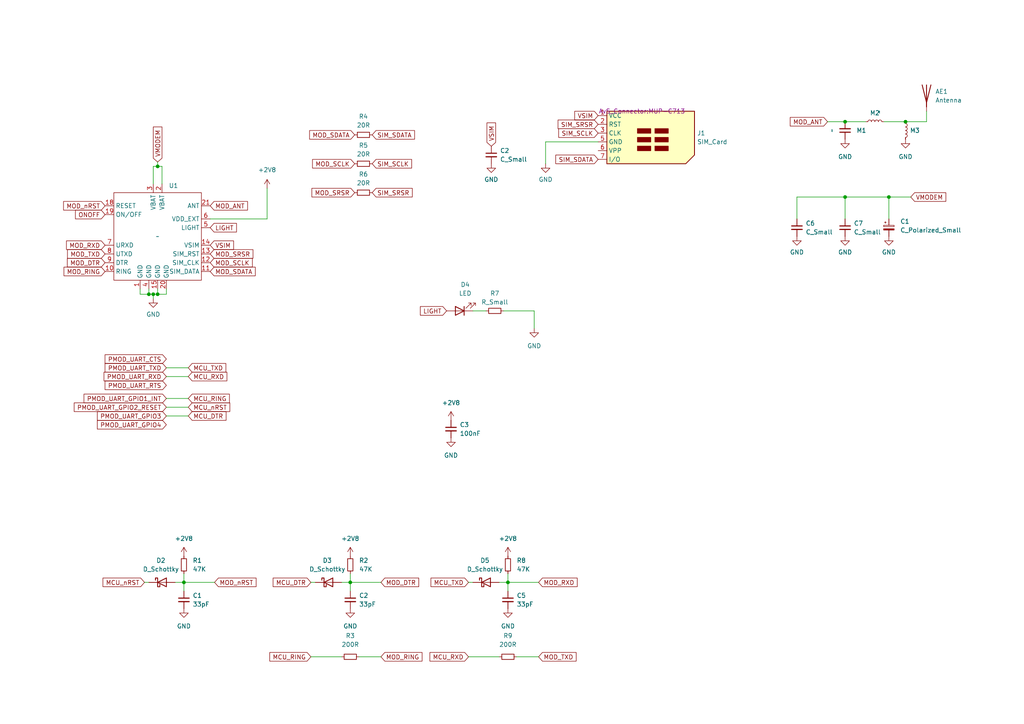
<source format=kicad_sch>
(kicad_sch (version 20230121) (generator eeschema)
  (paper "A4")
  (lib_symbols
    (symbol "AvS_Modules:M590"
      (property "Reference" "U" (at 0 0 0))
      (symbol "M590_0_1"
        (rectangle (start -12.7 12.7) (end 12.7 -12.7))
      )
      (symbol "M590_1_1"
        (pin power_in line (at -5.08 -15.24 90) (length 2.54) (name "GND") (number "1"))
        (pin output line (at -15.24 -10.16 0) (length 2.54) (name "RING") (number "10"))
        (pin bidirectional line (at 15.24 -10.16 180) (length 2.54) (name "SIM_DATA") (number "11"))
        (pin bidirectional line (at 15.24 -7.62 180) (length 2.54) (name "SIM_CLK") (number "12"))
        (pin bidirectional line (at 15.24 -5.08 180) (length 2.54) (name "SIM_RST") (number "13"))
        (pin bidirectional line (at 15.24 -2.54 180) (length 2.54) (name "VSIM") (number "14"))
        (pin power_in line (at 0 -15.24 90) (length 2.54) (name "GND") (number "15"))
        (pin input line (at -15.24 3.81 0) (length 2.54) hide (name "DCD") (number "16"))
        (pin input line (at -15.24 1.27 0) (length 2.54) hide (name "DSR") (number "17"))
        (pin input line (at -15.24 8.89 0) (length 2.54) (name "RESET") (number "18"))
        (pin input line (at -15.24 6.35 0) (length 2.54) (name "ON/OFF") (number "19"))
        (pin power_in line (at 1.27 15.24 270) (length 2.54) (name "VBAT") (number "2"))
        (pin power_in line (at 2.54 -15.24 90) (length 2.54) (name "GND") (number "20"))
        (pin output line (at 15.24 8.89 180) (length 2.54) (name "ANT") (number "21"))
        (pin power_in line (at -1.27 15.24 270) (length 2.54) (name "VBAT") (number "3"))
        (pin power_in line (at -2.54 -15.24 90) (length 2.54) (name "GND") (number "4"))
        (pin output line (at 15.24 2.54 180) (length 2.54) (name "LIGHT") (number "5"))
        (pin power_out line (at 15.24 5.08 180) (length 2.54) (name "VDD_EXT") (number "6"))
        (pin input line (at -15.24 -2.54 0) (length 2.54) (name "URXD") (number "7"))
        (pin output line (at -15.24 -5.08 0) (length 2.54) (name "UTXD") (number "8"))
        (pin input line (at -15.24 -7.62 0) (length 2.54) (name "DTR") (number "9"))
      )
    )
    (symbol "Connector:SIM_Card"
      (property "Reference" "J" (at -2.54 12.7 0))
      (property "Value" "SIM_Card" (at -1.27 10.16 0))
      (symbol "SIM_Card_0_1"
        (rectangle (start -1.27 -2.54) (end 2.54 -1.27) (stroke (width 0.254)) (fill (type outline)))
        (rectangle (start -1.27 0) (end 2.54 1.27) (stroke (width 0.254)) (fill (type outline)))
        (rectangle (start -1.27 2.54) (end 2.54 3.81) (stroke (width 0.254)) (fill (type outline)))
        (polyline (pts (xy -10.16 8.89) (xy 15.24 8.89) (xy 15.24 -3.81) (xy 12.7 -6.35) (xy -10.16 -6.35) (xy -10.16 8.89)) (stroke (width 0.254)) (fill (type background)))
        (rectangle (start 3.81 -1.27) (end 7.62 -2.54) (stroke (width 0.254)) (fill (type outline)))
        (rectangle (start 3.81 0) (end 7.62 1.27) (stroke (width 0.254)) (fill (type outline)))
        (rectangle (start 3.81 2.54) (end 7.62 3.81) (stroke (width 0.254)) (fill (type outline)))
      )
      (symbol "SIM_Card_1_1"
        (pin power_in line (at -12.7 7.62 0) (length 2.54) (name "VCC") (number "1"))
        (pin input line (at -12.7 5.08 0) (length 2.54) (name "RST") (number "2"))
        (pin input line (at -12.7 2.54 0) (length 2.54) (name "CLK") (number "3"))
        (pin power_in line (at -12.7 0 0) (length 2.54) (name "GND") (number "5"))
        (pin input line (at -12.7 -2.54 0) (length 2.54) (name "VPP") (number "6"))
        (pin bidirectional line (at -12.7 -5.08 0) (length 2.54) (name "I/O") (number "7"))
      )
    )
    (symbol "Device:Antenna" (pin_numbers hide) (pin_names (offset 1.016) hide)
      (property "Reference" "AE" (at -1.905 1.905 0))
      (property "Value" "Antenna" (at -1.905 0 0))
      (symbol "Antenna_0_1"
        (polyline (pts (xy 0 2.54) (xy 0 -3.81)) (stroke (width 0.254)))
        (polyline (pts (xy 1.27 2.54) (xy 0 -2.54) (xy -1.27 2.54)) (stroke (width 0.254)))
      )
      (symbol "Antenna_1_1"
        (pin input line (at 0 -5.08 90) (length 2.54) (name "A") (number "1"))
      )
    )
    (symbol "Device:C_Polarized_Small" (pin_numbers hide) (pin_names (offset 0.254) hide)
      (property "Reference" "C" (at 0.254 1.778 0))
      (property "Value" "C_Polarized_Small" (at 0.254 -2.032 0))
      (symbol "C_Polarized_Small_0_1"
        (rectangle (start -1.524 -0.3048) (end 1.524 -0.6858) (fill (type outline)))
        (rectangle (start -1.524 0.6858) (end 1.524 0.3048))
        (polyline (pts (xy -1.27 1.524) (xy -0.762 1.524)))
        (polyline (pts (xy -1.016 1.27) (xy -1.016 1.778)))
      )
      (symbol "C_Polarized_Small_1_1"
        (pin passive line (at 0 2.54 270) (length 1.8542) (name "~") (number "1"))
        (pin passive line (at 0 -2.54 90) (length 1.8542) (name "~") (number "2"))
      )
    )
    (symbol "Device:C_Small" (pin_numbers hide) (pin_names (offset 0.254) hide)
      (property "Reference" "C" (at 0.254 1.778 0))
      (property "Value" "C_Small" (at 0.254 -2.032 0))
      (symbol "C_Small_0_1"
        (polyline (pts (xy -1.524 -0.508) (xy 1.524 -0.508)) (stroke (width 0.3302)))
        (polyline (pts (xy -1.524 0.508) (xy 1.524 0.508)) (stroke (width 0.3048)))
      )
      (symbol "C_Small_1_1"
        (pin passive line (at 0 2.54 270) (length 2.032) (name "~") (number "1"))
        (pin passive line (at 0 -2.54 90) (length 2.032) (name "~") (number "2"))
      )
    )
    (symbol "Device:D_Schottky" (pin_numbers hide) (pin_names (offset 1.016) hide)
      (property "Reference" "D" (at 0 2.54 0))
      (property "Value" "D_Schottky" (at 0 -2.54 0))
      (symbol "D_Schottky_0_1"
        (polyline (pts (xy 1.27 0) (xy -1.27 0)))
        (polyline (pts (xy 1.27 1.27) (xy 1.27 -1.27) (xy -1.27 0) (xy 1.27 1.27)) (stroke (width 0.254)))
        (polyline (pts (xy -1.905 0.635) (xy -1.905 1.27) (xy -1.27 1.27) (xy -1.27 -1.27) (xy -0.635 -1.27) (xy -0.635 -0.635)) (stroke (width 0.254)))
      )
      (symbol "D_Schottky_1_1"
        (pin passive line (at -3.81 0 0) (length 2.54) (name "K") (number "1"))
        (pin passive line (at 3.81 0 180) (length 2.54) (name "A") (number "2"))
      )
    )
    (symbol "Device:LED" (pin_numbers hide) (pin_names (offset 1.016) hide)
      (property "Reference" "D" (at 0 2.54 0))
      (property "Value" "LED" (at 0 -2.54 0))
      (symbol "LED_0_1"
        (polyline (pts (xy -1.27 -1.27) (xy -1.27 1.27)) (stroke (width 0.254)))
        (polyline (pts (xy -1.27 0) (xy 1.27 0)))
        (polyline (pts (xy 1.27 -1.27) (xy 1.27 1.27) (xy -1.27 0) (xy 1.27 -1.27)) (stroke (width 0.254)))
        (polyline (pts (xy -3.048 -0.762) (xy -4.572 -2.286) (xy -3.81 -2.286) (xy -4.572 -2.286) (xy -4.572 -1.524)))
        (polyline (pts (xy -1.778 -0.762) (xy -3.302 -2.286) (xy -2.54 -2.286) (xy -3.302 -2.286) (xy -3.302 -1.524)))
      )
      (symbol "LED_1_1"
        (pin passive line (at -3.81 0 0) (length 2.54) (name "K") (number "1"))
        (pin passive line (at 3.81 0 180) (length 2.54) (name "A") (number "2"))
      )
    )
    (symbol "Device:L_Small" (pin_numbers hide) (pin_names (offset 0.254) hide)
      (property "Reference" "L" (at 0.762 1.016 0))
      (property "Value" "L_Small" (at 0.762 -1.016 0))
      (symbol "L_Small_0_1"
        (arc (start 0 -2.032) (mid 0.5058 -1.524) (end 0 -1.016))
        (arc (start 0 -1.016) (mid 0.5058 -0.508) (end 0 0))
        (arc (start 0 0) (mid 0.5058 0.508) (end 0 1.016))
        (arc (start 0 1.016) (mid 0.5058 1.524) (end 0 2.032))
      )
      (symbol "L_Small_1_1"
        (pin passive line (at 0 2.54 270) (length 0.508) (name "~") (number "1"))
        (pin passive line (at 0 -2.54 90) (length 0.508) (name "~") (number "2"))
      )
    )
    (symbol "Device:R_Small" (pin_numbers hide) (pin_names (offset 0.254) hide)
      (property "Reference" "R" (at 0.762 0.508 0))
      (property "Value" "R_Small" (at 0.762 -1.016 0))
      (symbol "R_Small_0_1"
        (rectangle (start -0.762 1.778) (end 0.762 -1.778) (stroke (width 0.2032)))
      )
      (symbol "R_Small_1_1"
        (pin passive line (at 0 2.54 270) (length 0.762) (name "~") (number "1"))
        (pin passive line (at 0 -2.54 90) (length 0.762) (name "~") (number "2"))
      )
    )
    (symbol "power:+2V8" (power) (pin_names (offset 0))
      (property "Value" "+2V8" (at 0 3.556 0))
      (symbol "+2V8_0_1"
        (polyline (pts (xy -0.762 1.27) (xy 0 2.54)))
        (polyline (pts (xy 0 0) (xy 0 2.54)))
        (polyline (pts (xy 0 2.54) (xy 0.762 1.27)))
      )
      (symbol "+2V8_1_1"
        (pin power_in line (at 0 0 90) (length 0) hide (name "+2V8") (number "1"))
      )
    )
    (symbol "power:GND" (power) (pin_names (offset 0))
      (property "Value" "GND" (at 0 -3.81 0))
      (symbol "GND_0_1"
        (polyline (pts (xy 0 0) (xy 0 -1.27) (xy 1.27 -1.27) (xy 0 -2.54) (xy -1.27 -1.27) (xy 0 -1.27)))
      )
      (symbol "GND_1_1"
        (pin power_in line (at 0 0 270) (length 0) hide (name "GND") (number "1"))
      )
    )
  )
  (junction (at 44.45 85.344))
  (junction (at 245.11 57.15))
  (junction (at 147.32 168.91))
  (junction (at 53.34 168.91))
  (junction (at 43.18 85.344))
  (junction (at 245.11 35.306))
  (junction (at 257.81 57.15))
  (junction (at 45.72 48.26))
  (junction (at 45.72 85.344))
  (junction (at 262.636 35.306))
  (junction (at 101.6 168.91))
  (wire (pts (xy 144.78 168.91) (xy 147.32 168.91)))
  (wire (pts (xy 53.34 168.91) (xy 53.34 171.45)))
  (wire (pts (xy 43.18 85.344) (xy 40.64 85.344)))
  (wire (pts (xy 53.34 168.91) (xy 53.34 166.37)))
  (wire (pts (xy 149.86 190.5) (xy 156.21 190.5)))
  (wire (pts (xy 257.81 57.15) (xy 257.81 63.5)))
  (wire (pts (xy 99.06 168.91) (xy 101.6 168.91)))
  (wire (pts (xy 262.636 35.306) (xy 268.732 35.306)))
  (wire (pts (xy 256.286 35.306) (xy 262.636 35.306)))
  (wire (pts (xy 158.242 41.148) (xy 158.242 47.498)))
  (wire (pts (xy 101.6 168.91) (xy 101.6 171.45)))
  (wire (pts (xy 90.17 168.91) (xy 91.44 168.91)))
  (wire (pts (xy 257.81 57.15) (xy 264.16 57.15)))
  (wire (pts (xy 231.14 57.15) (xy 231.14 63.5)))
  (wire (pts (xy 53.34 168.91) (xy 62.23 168.91)))
  (wire (pts (xy 43.18 85.344) (xy 44.45 85.344)))
  (wire (pts (xy 268.732 35.306) (xy 268.732 32.258)))
  (wire (pts (xy 44.45 85.344) (xy 44.45 86.614)))
  (wire (pts (xy 48.26 120.65) (xy 54.61 120.65)))
  (wire (pts (xy 48.26 115.57) (xy 54.61 115.57)))
  (wire (pts (xy 43.18 83.82) (xy 43.18 85.344)))
  (wire (pts (xy 44.45 53.34) (xy 44.45 48.26)))
  (wire (pts (xy 147.32 168.91) (xy 147.32 171.45)))
  (wire (pts (xy 77.47 63.5) (xy 77.47 54.61)))
  (wire (pts (xy 45.72 85.344) (xy 48.26 85.344)))
  (wire (pts (xy 44.45 85.344) (xy 45.72 85.344)))
  (wire (pts (xy 104.14 190.5) (xy 110.49 190.5)))
  (wire (pts (xy 48.26 109.22) (xy 54.61 109.22)))
  (wire (pts (xy 45.72 83.82) (xy 45.72 85.344)))
  (wire (pts (xy 240.03 35.306) (xy 245.11 35.306)))
  (wire (pts (xy 231.14 57.15) (xy 245.11 57.15)))
  (wire (pts (xy 101.6 168.91) (xy 110.49 168.91)))
  (wire (pts (xy 41.91 168.91) (xy 43.18 168.91)))
  (wire (pts (xy 90.17 190.5) (xy 99.06 190.5)))
  (wire (pts (xy 50.8 168.91) (xy 53.34 168.91)))
  (wire (pts (xy 44.45 48.26) (xy 45.72 48.26)))
  (wire (pts (xy 147.32 168.91) (xy 147.32 166.37)))
  (wire (pts (xy 245.11 57.15) (xy 245.11 63.5)))
  (wire (pts (xy 135.89 168.91) (xy 137.16 168.91)))
  (wire (pts (xy 245.11 35.306) (xy 251.206 35.306)))
  (wire (pts (xy 135.89 190.5) (xy 144.78 190.5)))
  (wire (pts (xy 173.482 41.148) (xy 158.242 41.148)))
  (wire (pts (xy 60.96 63.5) (xy 77.47 63.5)))
  (wire (pts (xy 48.26 83.82) (xy 48.26 85.344)))
  (wire (pts (xy 46.99 53.34) (xy 46.99 48.26)))
  (wire (pts (xy 48.26 118.11) (xy 54.61 118.11)))
  (wire (pts (xy 45.72 46.99) (xy 45.72 48.26)))
  (wire (pts (xy 137.16 90.17) (xy 140.97 90.17)))
  (wire (pts (xy 48.26 106.68) (xy 54.61 106.68)))
  (wire (pts (xy 40.64 85.344) (xy 40.64 83.82)))
  (wire (pts (xy 45.72 48.26) (xy 46.99 48.26)))
  (wire (pts (xy 147.32 168.91) (xy 156.21 168.91)))
  (wire (pts (xy 146.05 90.17) (xy 154.94 90.17)))
  (wire (pts (xy 101.6 168.91) (xy 101.6 166.37)))
  (wire (pts (xy 154.94 90.17) (xy 154.94 95.25)))
  (wire (pts (xy 245.11 57.15) (xy 257.81 57.15)))
  (global_label "MOD_SRSR" (shape input) (at 102.87 55.88 180) (property "Intersheetrefs" "${INTERSHEET_REFS}" (effects hide)))
  (global_label "PMOD_UART_GPIO2_RESET" (shape input) (at 48.26 118.11 180) (property "Intersheetrefs" "${INTERSHEET_REFS}" (effects hide)) (property "Intersheet-verwijzingen" "${INTERSHEET_REFS}" (effects hide)))
  (global_label "LIGHT" (shape input) (at 60.96 66.04 0) (property "Intersheetrefs" "${INTERSHEET_REFS}" (effects hide)))
  (global_label "PMOD_UART_CTS" (shape input) (at 48.26 104.14 180) (property "Intersheetrefs" "${INTERSHEET_REFS}" (effects hide)) (property "Intersheet-verwijzingen" "${INTERSHEET_REFS}" (effects hide)))
  (global_label "MCU_RXD" (shape input) (at 54.61 109.22 0) (property "Intersheetrefs" "${INTERSHEET_REFS}" (effects hide)))
  (global_label "MOD_SDATA" (shape input) (at 60.96 78.74 0) (property "Intersheetrefs" "${INTERSHEET_REFS}" (effects hide)))
  (global_label "MOD_SCLK" (shape input) (at 60.96 76.2 0) (property "Intersheetrefs" "${INTERSHEET_REFS}" (effects hide)))
  (global_label "MOD_DTR" (shape input) (at 110.49 168.91 0) (property "Intersheetrefs" "${INTERSHEET_REFS}" (effects hide)))
  (global_label "MOD_TXD" (shape input) (at 30.48 73.66 180) (property "Intersheetrefs" "${INTERSHEET_REFS}" (effects hide)))
  (global_label "MOD_SCLK" (shape input) (at 102.87 47.498 180) (property "Intersheetrefs" "${INTERSHEET_REFS}" (effects hide)))
  (global_label "MCU_nRST" (shape input) (at 41.91 168.91 180) (property "Intersheetrefs" "${INTERSHEET_REFS}" (effects hide)))
  (global_label "VSIM" (shape input) (at 173.482 33.528 180) (property "Intersheetrefs" "${INTERSHEET_REFS}" (effects hide)))
  (global_label "SIM_SRSR" (shape input) (at 107.95 55.88 0) (property "Intersheetrefs" "${INTERSHEET_REFS}" (effects hide)))
  (global_label "SIM_SDATA" (shape input) (at 173.482 46.228 180) (property "Intersheetrefs" "${INTERSHEET_REFS}" (effects hide)))
  (global_label "MOD_TXD" (shape input) (at 156.21 190.5 0) (property "Intersheetrefs" "${INTERSHEET_REFS}" (effects hide)))
  (global_label "LIGHT" (shape input) (at 129.54 90.17 180) (property "Intersheetrefs" "${INTERSHEET_REFS}" (effects hide)))
  (global_label "SIM_SRSR" (shape input) (at 173.482 36.068 180) (property "Intersheetrefs" "${INTERSHEET_REFS}" (effects hide)))
  (global_label "MOD_RING" (shape input) (at 30.48 78.74 180) (property "Intersheetrefs" "${INTERSHEET_REFS}" (effects hide)))
  (global_label "VMODEM" (shape input) (at 264.16 57.15 0) (property "Intersheetrefs" "${INTERSHEET_REFS}" (effects hide)))
  (global_label "MOD_nRST" (shape input) (at 30.48 59.69 180) (property "Intersheetrefs" "${INTERSHEET_REFS}" (effects hide)))
  (global_label "MOD_ANT" (shape input) (at 240.03 35.306 180) (property "Intersheetrefs" "${INTERSHEET_REFS}" (effects hide)))
  (global_label "PMOD_UART_RXD" (shape input) (at 48.26 109.22 180) (property "Intersheetrefs" "${INTERSHEET_REFS}" (effects hide)) (property "Intersheet-verwijzingen" "${INTERSHEET_REFS}" (effects hide)))
  (global_label "MCU_TXD" (shape input) (at 135.89 168.91 180) (property "Intersheetrefs" "${INTERSHEET_REFS}" (effects hide)))
  (global_label "MCU_RXD" (shape input) (at 135.89 190.5 180) (property "Intersheetrefs" "${INTERSHEET_REFS}" (effects hide)))
  (global_label "SIM_SCLK" (shape input) (at 173.482 38.608 180) (property "Intersheetrefs" "${INTERSHEET_REFS}" (effects hide)))
  (global_label "MOD_SRSR" (shape input) (at 60.96 73.66 0) (property "Intersheetrefs" "${INTERSHEET_REFS}" (effects hide)))
  (global_label "SIM_SDATA" (shape input) (at 107.95 39.116 0) (property "Intersheetrefs" "${INTERSHEET_REFS}" (effects hide)))
  (global_label "PMOD_UART_GPIO1_INT" (shape input) (at 48.26 115.57 180) (property "Intersheetrefs" "${INTERSHEET_REFS}" (effects hide)) (property "Intersheet-verwijzingen" "${INTERSHEET_REFS}" (effects hide)))
  (global_label "MOD_SDATA" (shape input) (at 102.87 39.116 180) (property "Intersheetrefs" "${INTERSHEET_REFS}" (effects hide)))
  (global_label "ONOFF" (shape input) (at 30.48 62.23 180) (property "Intersheetrefs" "${INTERSHEET_REFS}" (effects hide)))
  (global_label "VMODEM" (shape input) (at 45.72 46.99 90) (property "Intersheetrefs" "${INTERSHEET_REFS}" (effects hide)))
  (global_label "MCU_DTR" (shape input) (at 54.61 120.65 0) (property "Intersheetrefs" "${INTERSHEET_REFS}" (effects hide)))
  (global_label "VSIM" (shape input) (at 142.494 42.418 90) (property "Intersheetrefs" "${INTERSHEET_REFS}" (effects hide)))
  (global_label "MCU_RING" (shape input) (at 54.61 115.57 0) (property "Intersheetrefs" "${INTERSHEET_REFS}" (effects hide)))
  (global_label "MOD_DTR" (shape input) (at 30.48 76.2 180) (property "Intersheetrefs" "${INTERSHEET_REFS}" (effects hide)))
  (global_label "MOD_RING" (shape input) (at 110.49 190.5 0) (property "Intersheetrefs" "${INTERSHEET_REFS}" (effects hide)))
  (global_label "MCU_RING" (shape input) (at 90.17 190.5 180) (property "Intersheetrefs" "${INTERSHEET_REFS}" (effects hide)))
  (global_label "PMOD_UART_TXD" (shape input) (at 48.26 106.68 180) (property "Intersheetrefs" "${INTERSHEET_REFS}" (effects hide)) (property "Intersheet-verwijzingen" "${INTERSHEET_REFS}" (effects hide)))
  (global_label "MCU_TXD" (shape input) (at 54.61 106.68 0) (property "Intersheetrefs" "${INTERSHEET_REFS}" (effects hide)))
  (global_label "MOD_RXD" (shape input) (at 30.48 71.12 180) (property "Intersheetrefs" "${INTERSHEET_REFS}" (effects hide)))
  (global_label "PMOD_UART_RTS" (shape input) (at 48.26 111.76 180) (property "Intersheetrefs" "${INTERSHEET_REFS}" (effects hide)) (property "Intersheet-verwijzingen" "${INTERSHEET_REFS}" (effects hide)))
  (global_label "MOD_ANT" (shape input) (at 60.96 59.69 0) (property "Intersheetrefs" "${INTERSHEET_REFS}" (effects hide)))
  (global_label "VSIM" (shape input) (at 60.96 71.12 0) (property "Intersheetrefs" "${INTERSHEET_REFS}" (effects hide)))
  (global_label "MCU_DTR" (shape input) (at 90.17 168.91 180) (property "Intersheetrefs" "${INTERSHEET_REFS}" (effects hide)))
  (global_label "MOD_nRST" (shape input) (at 62.23 168.91 0) (property "Intersheetrefs" "${INTERSHEET_REFS}" (effects hide)))
  (global_label "PMOD_UART_GPIO4" (shape input) (at 48.26 123.19 180) (property "Intersheetrefs" "${INTERSHEET_REFS}" (effects hide)) (property "Intersheet-verwijzingen" "${INTERSHEET_REFS}" (effects hide)))
  (global_label "SIM_SCLK" (shape input) (at 107.95 47.498 0) (property "Intersheetrefs" "${INTERSHEET_REFS}" (effects hide)))
  (global_label "PMOD_UART_GPIO3" (shape input) (at 48.26 120.65 180) (property "Intersheetrefs" "${INTERSHEET_REFS}" (effects hide)) (property "Intersheet-verwijzingen" "${INTERSHEET_REFS}" (effects hide)))
  (global_label "MCU_nRST" (shape input) (at 54.61 118.11 0) (property "Intersheetrefs" "${INTERSHEET_REFS}" (effects hide)))
  (global_label "MOD_RXD" (shape input) (at 156.21 168.91 0) (property "Intersheetrefs" "${INTERSHEET_REFS}" (effects hide)))
  (symbol (lib_id "power:GND") (at 147.32 176.53 0) (unit 1)
    (property "Reference" "#PWR011" (effects hide))
    (property "Value" "GND" (at 147.32 181.61 0))
  )
  (symbol (lib_id "power:GND") (at 257.81 68.58 0) (unit 1)
    (property "Reference" "#PWR09" (effects hide))
    (property "Value" "GND" (at 257.81 73.152 0))
    (instances (project "m590" (path "" (reference "#PWR09") (unit 1)) (path "" (reference "#PWR017") (unit 1))))
  )
  (symbol (lib_id "Device:D_Schottky") (at 95.25 168.91 0) (unit 1)
    (property "Reference" "D3" (at 94.9325 162.56 0))
    (property "Value" "D_Schottky" (at 94.9325 165.1 0))
    (property "Footprint" "Diode_SMD:D_0805_2012Metric" (effects hide))
  )
  (symbol (lib_id "Device:C_Polarized_Small") (at 257.81 66.04 0) (unit 1)
    (property "Reference" "C1" (at 261.112 64.2239 0) (effects (justify left)))
    (property "Value" "C_Polarized_Small" (at 261.112 66.7639 0) (effects (justify left)))
    (property "Footprint" "Capacitor_Tantalum_SMD:CP_EIA-7343-43_Kemet-X" (effects hide))
    (instances (project "m590" (path "" (reference "C1") (unit 1)) (path "" (reference "C8") (unit 1))))
  )
  (symbol (lib_id "power:+2V8") (at 130.81 121.92 0) (unit 1)
    (property "Reference" "#PWR07" (effects hide))
    (property "Value" "+2V8" (at 130.81 116.84 0))
  )
  (symbol (lib_id "Device:R_Small") (at 105.41 55.88 90) (unit 1)
    (property "Reference" "R6" (at 105.41 50.546 90))
    (property "Value" "20R" (at 105.41 53.086 90))
    (property "Footprint" "Resistor_SMD:R_0805_2012Metric" (effects hide))
  )
  (symbol (lib_id "Device:C_Small") (at 142.494 44.958 0) (unit 1)
    (property "Reference" "C2" (at 145.034 43.6943 0) (effects (justify left)))
    (property "Value" "C_Small" (at 145.034 46.2343 0) (effects (justify left)))
    (property "Footprint" "Capacitor_SMD:C_0805_2012Metric" (effects hide))
    (instances (project "m590" (path "" (reference "C2") (unit 1)) (path "" (reference "C4") (unit 1))))
  )
  (symbol (lib_id "Device:C_Small") (at 147.32 173.99 0) (unit 1)
    (property "Reference" "C5" (at 149.86 172.7263 0) (effects (justify left)))
    (property "Value" "33pF" (at 149.86 175.2663 0) (effects (justify left)))
    (property "Footprint" "Capacitor_SMD:C_0805_2012Metric" (effects hide))
  )
  (symbol (lib_id "power:+2V8") (at 147.32 161.29 0) (unit 1)
    (property "Reference" "#PWR010" (effects hide))
    (property "Value" "+2V8" (at 147.32 156.21 0))
  )
  (symbol (lib_id "Device:L_Small") (at 262.636 37.846 0) (unit 1)
    (property "Reference" "M3" (at 263.906 37.846 0) (effects (justify left)))
    (property "Value" "~" (at 265.176 37.846 90))
    (property "Footprint" "Resistor_SMD:R_0805_2012Metric" (effects hide))
  )
  (symbol (lib_id "Device:D_Schottky") (at 46.99 168.91 0) (unit 1)
    (property "Reference" "D2" (at 46.6725 162.56 0))
    (property "Value" "D_Schottky" (at 46.6725 165.1 0))
    (property "Footprint" "Diode_SMD:D_0805_2012Metric" (effects hide))
  )
  (symbol (lib_id "power:GND") (at 154.94 95.25 0) (unit 1)
    (property "Reference" "#PWR012" (effects hide))
    (property "Value" "GND" (at 154.94 100.33 0))
  )
  (symbol (lib_id "power:GND") (at 101.6 176.53 0) (unit 1)
    (property "Reference" "#PWR06" (effects hide))
    (property "Value" "GND" (at 101.6 181.61 0))
  )
  (symbol (lib_id "power:+2V8") (at 53.34 161.29 0) (unit 1)
    (property "Reference" "#PWR02" (effects hide))
    (property "Value" "+2V8" (at 53.34 156.21 0))
  )
  (symbol (lib_id "power:GND") (at 245.11 40.386 0) (unit 1)
    (property "Reference" "#PWR012" (effects hide))
    (property "Value" "GND" (at 245.11 45.466 0))
    (instances (project "m590" (path "" (reference "#PWR012") (unit 1)) (path "" (reference "#PWR015") (unit 1))))
  )
  (symbol (lib_id "Device:R_Small") (at 53.34 163.83 0) (unit 1)
    (property "Reference" "R1" (at 55.88 162.56 0) (effects (justify left)))
    (property "Value" "47K" (at 55.88 165.1 0) (effects (justify left)))
    (property "Footprint" "Resistor_SMD:R_0805_2012Metric" (effects hide))
  )
  (symbol (lib_id "power:GND") (at 44.45 86.614 0) (unit 1)
    (property "Reference" "#PWR05" (effects hide))
    (property "Value" "GND" (at 44.45 91.186 0))
    (instances (project "m590" (path "" (reference "#PWR05") (unit 1)) (path "" (reference "#PWR01") (unit 1))))
  )
  (symbol (lib_id "power:GND") (at 142.494 47.498 0) (unit 1)
    (property "Reference" "#PWR010" (effects hide))
    (property "Value" "GND" (at 142.494 52.07 0))
    (instances (project "m590" (path "" (reference "#PWR010") (unit 1)) (path "" (reference "#PWR09") (unit 1))))
  )
  (symbol (lib_id "Device:C_Small") (at 101.6 173.99 0) (unit 1)
    (property "Reference" "C2" (at 104.14 172.7263 0) (effects (justify left)))
    (property "Value" "33pF" (at 104.14 175.2663 0) (effects (justify left)))
    (property "Footprint" "Capacitor_SMD:C_0805_2012Metric" (effects hide))
  )
  (symbol (lib_id "Device:Antenna") (at 268.732 27.178 0) (unit 1)
    (property "Reference" "AE1" (at 271.272 26.543 0) (effects (justify left)))
    (property "Value" "Antenna" (at 271.272 29.083 0) (effects (justify left)))
    (property "Footprint" "Connector_PinHeader_2.54mm:PinHeader_1x01_P2.54mm_Vertical" (effects hide))
  )
  (symbol (lib_id "power:GND") (at 262.636 40.386 0) (unit 1)
    (property "Reference" "#PWR013" (effects hide))
    (property "Value" "GND" (at 262.636 45.466 0))
    (instances (project "m590" (path "" (reference "#PWR013") (unit 1)) (path "" (reference "#PWR018") (unit 1))))
  )
  (symbol (lib_id "Device:R_Small") (at 101.6 190.5 90) (unit 1)
    (property "Reference" "R3" (at 101.6 184.404 90))
    (property "Value" "200R" (at 101.6 186.944 90))
    (property "Footprint" "Resistor_SMD:R_0805_2012Metric" (effects hide))
  )
  (symbol (lib_id "Device:R_Small") (at 101.6 163.83 0) (unit 1)
    (property "Reference" "R2" (at 104.14 162.56 0) (effects (justify left)))
    (property "Value" "47K" (at 104.14 165.1 0) (effects (justify left)))
    (property "Footprint" "Resistor_SMD:R_0805_2012Metric" (effects hide))
  )
  (symbol (lib_id "power:GND") (at 130.81 127 0) (unit 1)
    (property "Reference" "#PWR08" (effects hide))
    (property "Value" "GND" (at 130.81 132.08 0))
  )
  (symbol (lib_id "Device:R_Small") (at 143.51 90.17 90) (unit 1)
    (property "Reference" "R7" (at 143.51 85.09 90))
    (property "Value" "R_Small" (at 143.51 87.63 90))
    (property "Footprint" "Resistor_SMD:R_0805_2012Metric" (effects hide))
  )
  (symbol (lib_id "Device:LED") (at 133.35 90.17 180) (unit 1)
    (property "Reference" "D4" (at 134.9375 82.55 0))
    (property "Value" "LED" (at 134.9375 85.09 0))
    (property "Footprint" "LED_SMD:LED_0805_2012Metric" (effects hide))
  )
  (symbol (lib_id "Device:C_Small") (at 231.14 66.04 0) (unit 1)
    (property "Reference" "C6" (at 233.68 64.7763 0) (effects (justify left)))
    (property "Value" "C_Small" (at 233.68 67.3163 0) (effects (justify left)))
    (property "Footprint" "Capacitor_SMD:C_0805_2012Metric" (effects hide))
  )
  (symbol (lib_id "Device:R_Small") (at 105.41 39.116 90) (unit 1)
    (property "Reference" "R4" (at 105.41 33.782 90))
    (property "Value" "20R" (at 105.41 36.322 90))
    (property "Footprint" "Resistor_SMD:R_0805_2012Metric" (effects hide))
  )
  (symbol (lib_id "power:GND") (at 231.14 68.58 0) (unit 1)
    (property "Reference" "#PWR09" (effects hide))
    (property "Value" "GND" (at 231.14 73.152 0))
    (instances (project "m590" (path "" (reference "#PWR09") (unit 1)) (path "" (reference "#PWR014") (unit 1))))
  )
  (symbol (lib_id "power:GND") (at 53.34 176.53 0) (unit 1)
    (property "Reference" "#PWR03" (effects hide))
    (property "Value" "GND" (at 53.34 181.61 0))
  )
  (symbol (lib_id "AvS_Modules:M590") (at 45.72 68.58 0) (unit 1)
    (property "Reference" "U1" (at 48.9459 53.848 0) (effects (justify left)))
    (property "Value" "~" (at 45.72 68.58 0))
    (property "Footprint" "AvS_Modules:M590" (effects hide))
  )
  (symbol (lib_id "Device:L_Small") (at 253.746 35.306 90) (unit 1)
    (property "Reference" "M2" (at 253.746 32.766 90))
    (property "Value" "~" (at 255.016 33.02 0) (effects (justify left)))
    (property "Footprint" "Resistor_SMD:R_0805_2012Metric" (effects hide))
  )
  (symbol (lib_id "Device:D_Schottky") (at 140.97 168.91 0) (unit 1)
    (property "Reference" "D5" (at 140.6525 162.56 0))
    (property "Value" "D_Schottky" (at 140.6525 165.1 0))
    (property "Footprint" "Diode_SMD:D_0805_2012Metric" (effects hide))
  )
  (symbol (lib_id "power:GND") (at 158.242 47.498 0) (unit 1)
    (property "Reference" "#PWR011" (effects hide))
    (property "Value" "GND" (at 158.242 52.07 0))
    (instances (project "m590" (path "" (reference "#PWR011") (unit 1)) (path "" (reference "#PWR013") (unit 1))))
  )
  (symbol (lib_id "Device:R_Small") (at 105.41 47.498 90) (unit 1)
    (property "Reference" "R5" (at 105.41 42.164 90))
    (property "Value" "20R" (at 105.41 44.704 90))
    (property "Footprint" "Resistor_SMD:R_0805_2012Metric" (effects hide))
  )
  (symbol (lib_id "Device:C_Small") (at 53.34 173.99 0) (unit 1)
    (property "Reference" "C1" (at 55.88 172.7263 0) (effects (justify left)))
    (property "Value" "33pF" (at 55.88 175.2663 0) (effects (justify left)))
    (property "Footprint" "Capacitor_SMD:C_0805_2012Metric" (effects hide))
  )
  (symbol (lib_id "Connector:SIM_Card") (at 186.182 41.148 0) (unit 1)
    (property "Reference" "J1" (at 202.184 38.608 0) (effects (justify left)))
    (property "Value" "SIM_Card" (at 202.184 41.148 0) (effects (justify left)))
    (property "Footprint" "AvS_Connector:MUP-C713" (at 186.182 32.258 0))
    (property "Datasheet" " ~" (effects hide))
    (instances (project "m590" (path "" (reference "J1") (unit 1)) (path "" (reference "J2") (unit 1))))
  )
  (symbol (lib_id "Device:C_Small") (at 130.81 124.46 0) (unit 1)
    (property "Reference" "C3" (at 133.35 123.1963 0) (effects (justify left)))
    (property "Value" "100nF" (at 133.35 125.7363 0) (effects (justify left)))
    (property "Footprint" "Capacitor_SMD:C_0805_2012Metric" (effects hide))
  )
  (symbol (lib_id "Device:R_Small") (at 147.32 190.5 90) (unit 1)
    (property "Reference" "R9" (at 147.32 184.404 90))
    (property "Value" "200R" (at 147.32 186.944 90))
    (property "Footprint" "Resistor_SMD:R_0805_2012Metric" (effects hide))
  )
  (symbol (lib_id "power:GND") (at 245.11 68.58 0) (unit 1)
    (property "Reference" "#PWR09" (effects hide))
    (property "Value" "GND" (at 245.11 73.152 0))
    (instances (project "m590" (path "" (reference "#PWR09") (unit 1)) (path "" (reference "#PWR016") (unit 1))))
  )
  (symbol (lib_id "Device:C_Small") (at 245.11 37.846 180) (unit 1)
    (property "Reference" "M1" (at 248.412 37.8396 0) (effects (justify right)))
    (property "Value" "~" (at 241.3 37.8397 90))
    (property "Footprint" "Resistor_SMD:R_0805_2012Metric" (effects hide))
  )
  (symbol (lib_id "power:+2V8") (at 101.6 161.29 0) (unit 1)
    (property "Reference" "#PWR05" (effects hide))
    (property "Value" "+2V8" (at 101.6 156.21 0))
  )
  (symbol (lib_id "power:+2V8") (at 77.47 54.61 0) (unit 1)
    (property "Reference" "#PWR04" (effects hide))
    (property "Value" "+2V8" (at 77.47 49.276 0))
  )
  (symbol (lib_id "Device:C_Small") (at 245.11 66.04 0) (unit 1)
    (property "Reference" "C7" (at 247.65 64.7763 0) (effects (justify left)))
    (property "Value" "C_Small" (at 247.65 67.3163 0) (effects (justify left)))
    (property "Footprint" "Capacitor_SMD:C_0805_2012Metric" (effects hide))
  )
  (symbol (lib_id "Device:R_Small") (at 147.32 163.83 0) (unit 1)
    (property "Reference" "R8" (at 149.86 162.56 0) (effects (justify left)))
    (property "Value" "47K" (at 149.86 165.1 0) (effects (justify left)))
    (property "Footprint" "Resistor_SMD:R_0805_2012Metric" (effects hide))
  )
)
</source>
